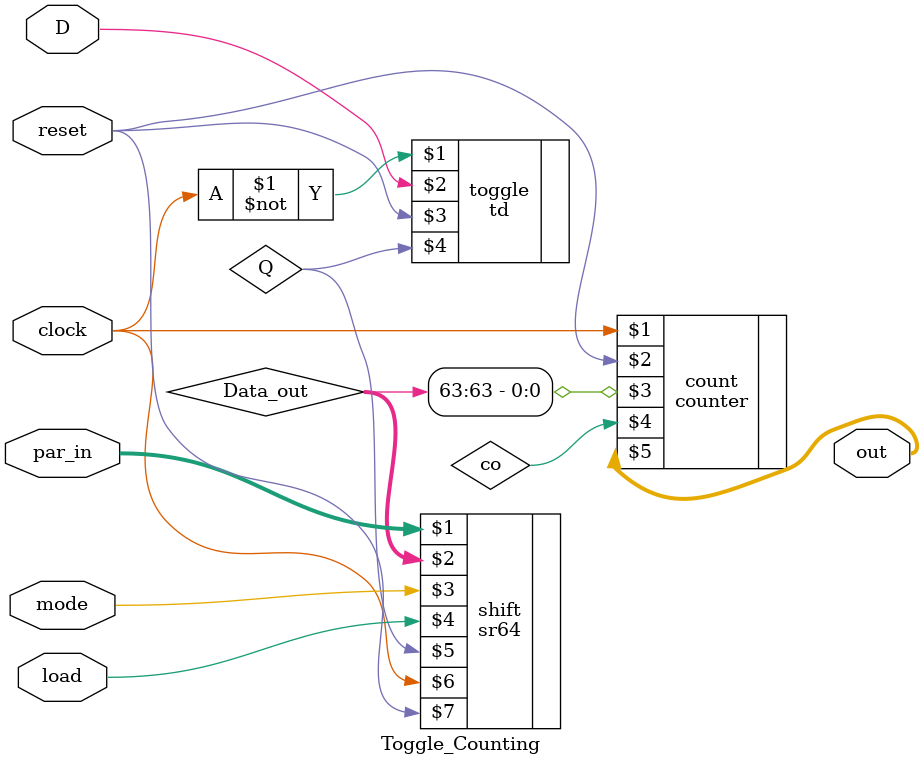
<source format=v>
`timescale 1ns/1ns

module Toggle_Counting #(parameter n = 64,parameter h = 8)(par_in,clock,reset,mode,load,D,out);
    input clock;
    input reset;
    input load;
    input mode;
    input [n-1:0]par_in;
    input D;
    wire Q;
    wire [n-1:0]Data_out;
    wire co;
    output [h-1:0]out;

    td toggle(~clock,D,reset,Q);
    sr64 shift(par_in,Data_out,mode,load,Q,clock,reset);
    counter #(h) count(clock,reset,Data_out[n-1],co,out);

endmodule
</source>
